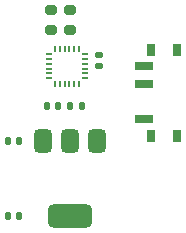
<source format=gbr>
%TF.GenerationSoftware,KiCad,Pcbnew,8.0.5*%
%TF.CreationDate,2024-10-09T15:11:33-04:00*%
%TF.ProjectId,PostureBestICM20948,506f7374-7572-4654-9265-737449434d32,rev?*%
%TF.SameCoordinates,Original*%
%TF.FileFunction,Paste,Top*%
%TF.FilePolarity,Positive*%
%FSLAX46Y46*%
G04 Gerber Fmt 4.6, Leading zero omitted, Abs format (unit mm)*
G04 Created by KiCad (PCBNEW 8.0.5) date 2024-10-09 15:11:33*
%MOMM*%
%LPD*%
G01*
G04 APERTURE LIST*
G04 Aperture macros list*
%AMRoundRect*
0 Rectangle with rounded corners*
0 $1 Rounding radius*
0 $2 $3 $4 $5 $6 $7 $8 $9 X,Y pos of 4 corners*
0 Add a 4 corners polygon primitive as box body*
4,1,4,$2,$3,$4,$5,$6,$7,$8,$9,$2,$3,0*
0 Add four circle primitives for the rounded corners*
1,1,$1+$1,$2,$3*
1,1,$1+$1,$4,$5*
1,1,$1+$1,$6,$7*
1,1,$1+$1,$8,$9*
0 Add four rect primitives between the rounded corners*
20,1,$1+$1,$2,$3,$4,$5,0*
20,1,$1+$1,$4,$5,$6,$7,0*
20,1,$1+$1,$6,$7,$8,$9,0*
20,1,$1+$1,$8,$9,$2,$3,0*%
G04 Aperture macros list end*
%ADD10RoundRect,0.140000X-0.170000X0.140000X-0.170000X-0.140000X0.170000X-0.140000X0.170000X0.140000X0*%
%ADD11RoundRect,0.200000X0.275000X-0.200000X0.275000X0.200000X-0.275000X0.200000X-0.275000X-0.200000X0*%
%ADD12RoundRect,0.140000X0.140000X0.170000X-0.140000X0.170000X-0.140000X-0.170000X0.140000X-0.170000X0*%
%ADD13R,1.500000X0.700000*%
%ADD14R,0.800000X1.000000*%
%ADD15RoundRect,0.140000X-0.140000X-0.170000X0.140000X-0.170000X0.140000X0.170000X-0.140000X0.170000X0*%
%ADD16RoundRect,0.375000X-0.375000X0.625000X-0.375000X-0.625000X0.375000X-0.625000X0.375000X0.625000X0*%
%ADD17RoundRect,0.500000X-1.400000X0.500000X-1.400000X-0.500000X1.400000X-0.500000X1.400000X0.500000X0*%
%ADD18RoundRect,0.050000X-0.225000X-0.050000X0.225000X-0.050000X0.225000X0.050000X-0.225000X0.050000X0*%
%ADD19RoundRect,0.050000X0.050000X-0.225000X0.050000X0.225000X-0.050000X0.225000X-0.050000X-0.225000X0*%
G04 APERTURE END LIST*
D10*
%TO.C,C2*%
X120000000Y-90020000D03*
X120000000Y-90980000D03*
%TD*%
D11*
%TO.C,R2*%
X115900000Y-87925000D03*
X115900000Y-86275000D03*
%TD*%
D12*
%TO.C,C4*%
X113230000Y-97300000D03*
X112270000Y-97300000D03*
%TD*%
D13*
%TO.C,SW1*%
X123750000Y-95500000D03*
X123750000Y-92500000D03*
X123750000Y-91000000D03*
D14*
X124400000Y-96900000D03*
X124400000Y-89600000D03*
X126600000Y-96900000D03*
X126600000Y-89600000D03*
%TD*%
D15*
%TO.C,C3*%
X117540000Y-94400000D03*
X118500000Y-94400000D03*
%TD*%
D12*
%TO.C,C5*%
X116520000Y-94400000D03*
X115560000Y-94400000D03*
%TD*%
D11*
%TO.C,R1*%
X117500000Y-87925000D03*
X117500000Y-86275000D03*
%TD*%
D16*
%TO.C,U2*%
X119800000Y-97350000D03*
X117500000Y-97350000D03*
D17*
X117500000Y-103650000D03*
D16*
X115200000Y-97350000D03*
%TD*%
D18*
%TO.C,U1*%
X115750000Y-90000000D03*
X115750000Y-90400000D03*
X115750000Y-90800000D03*
X115750000Y-91200000D03*
X115750000Y-91600000D03*
X115750000Y-92000000D03*
D19*
X116250000Y-92500000D03*
X116650000Y-92500000D03*
X117050000Y-92500000D03*
X117450000Y-92500000D03*
X117850000Y-92500000D03*
X118250000Y-92500000D03*
D18*
X118750000Y-92000000D03*
X118750000Y-91600000D03*
X118750000Y-91200000D03*
X118750000Y-90800000D03*
X118750000Y-90400000D03*
X118750000Y-90000000D03*
D19*
X118250000Y-89500000D03*
X117850000Y-89500000D03*
X117450000Y-89500000D03*
X117050000Y-89500000D03*
X116650000Y-89500000D03*
X116250000Y-89500000D03*
%TD*%
D12*
%TO.C,C1*%
X113200000Y-103700000D03*
X112240000Y-103700000D03*
%TD*%
M02*

</source>
